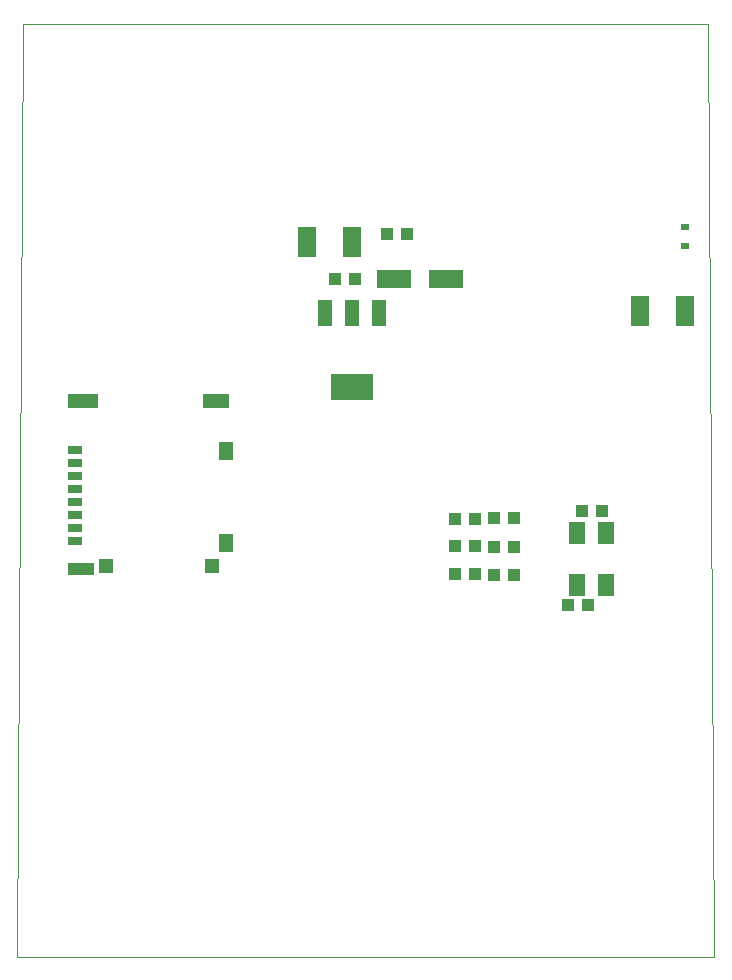
<source format=gbp>
G75*
%MOIN*%
%OFA0B0*%
%FSLAX25Y25*%
%IPPOS*%
%LPD*%
%AMOC8*
5,1,8,0,0,1.08239X$1,22.5*
%
%ADD10C,0.00000*%
%ADD11R,0.04331X0.03937*%
%ADD12R,0.11811X0.06299*%
%ADD13R,0.04800X0.08800*%
%ADD14R,0.14173X0.08661*%
%ADD15R,0.05512X0.07480*%
%ADD16R,0.06000X0.10000*%
%ADD17R,0.03150X0.02362*%
%ADD18R,0.04882X0.03150*%
%ADD19R,0.09843X0.04528*%
%ADD20R,0.08661X0.04528*%
%ADD21R,0.04528X0.05906*%
%ADD22R,0.04724X0.04567*%
%ADD23R,0.04921X0.04567*%
%ADD24R,0.08661X0.04409*%
D10*
X0005969Y0001000D02*
X0007937Y0312024D01*
X0236283Y0312024D01*
X0238252Y0001000D01*
X0005969Y0001000D01*
D11*
X0151866Y0128469D03*
X0151961Y0137846D03*
X0158654Y0137846D03*
X0164843Y0137591D03*
X0164894Y0128346D03*
X0158559Y0128469D03*
X0171587Y0128346D03*
X0171535Y0137591D03*
X0171657Y0147059D03*
X0164965Y0147059D03*
X0158654Y0146909D03*
X0151961Y0146909D03*
X0189559Y0118335D03*
X0196252Y0118335D03*
X0194059Y0149709D03*
X0200752Y0149709D03*
X0135870Y0241748D03*
X0129177Y0241748D03*
X0118370Y0226748D03*
X0111677Y0226748D03*
D12*
X0131362Y0226748D03*
X0148685Y0226748D03*
D13*
X0126624Y0215448D03*
X0117524Y0215448D03*
X0108424Y0215448D03*
D14*
X0117524Y0191047D03*
D15*
X0192551Y0142189D03*
X0202000Y0142189D03*
X0202000Y0124866D03*
X0192551Y0124866D03*
D16*
X0213508Y0216358D03*
X0228508Y0216358D03*
X0117524Y0239248D03*
X0102524Y0239248D03*
D17*
X0228409Y0238008D03*
X0228409Y0244307D03*
D18*
X0025205Y0169835D03*
X0025205Y0165504D03*
X0025205Y0161173D03*
X0025205Y0156843D03*
X0025205Y0152512D03*
X0025205Y0148181D03*
X0025205Y0143850D03*
X0025205Y0139520D03*
D19*
X0027685Y0186311D03*
D20*
X0072291Y0186350D03*
D21*
X0075421Y0169598D03*
X0075421Y0138969D03*
D22*
X0070992Y0131094D03*
D23*
X0035559Y0131094D03*
D24*
X0027094Y0130287D03*
M02*

</source>
